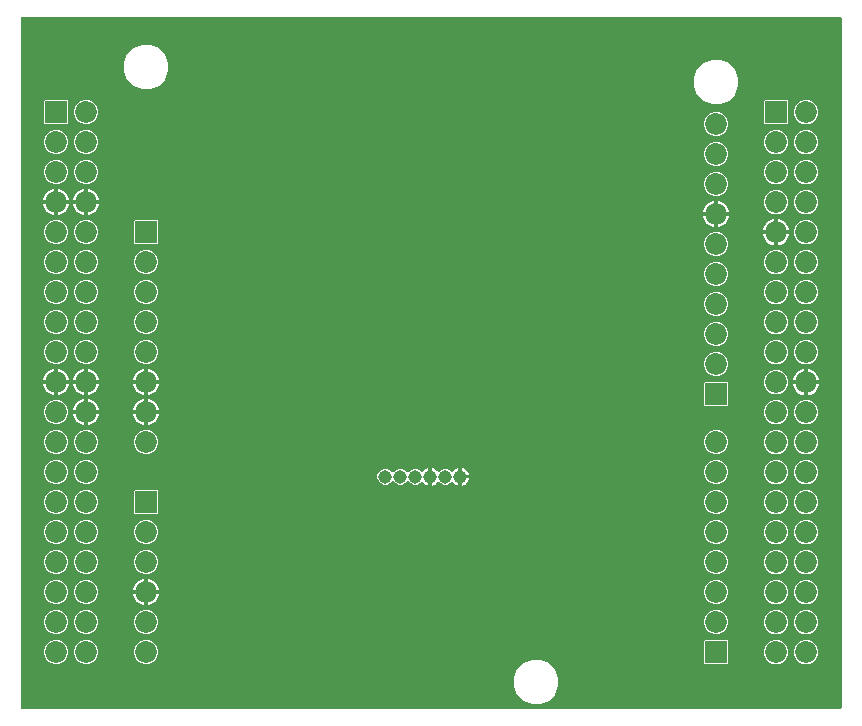
<source format=gbr>
G04 EAGLE Gerber RS-274X export*
G75*
%MOMM*%
%FSLAX34Y34*%
%LPD*%
%INBottom Copper*%
%IPPOS*%
%AMOC8*
5,1,8,0,0,1.08239X$1,22.5*%
G01*
%ADD10C,1.140000*%
%ADD11R,1.850000X1.850000*%
%ADD12C,1.850000*%
%ADD13C,0.500000*%

G36*
X696875Y-17624D02*
X696875Y-17624D01*
X696895Y-17621D01*
X696914Y-17623D01*
X697016Y-17601D01*
X697118Y-17584D01*
X697135Y-17575D01*
X697155Y-17571D01*
X697244Y-17518D01*
X697335Y-17469D01*
X697349Y-17455D01*
X697366Y-17445D01*
X697433Y-17366D01*
X697504Y-17291D01*
X697513Y-17273D01*
X697526Y-17258D01*
X697564Y-17161D01*
X697608Y-17068D01*
X697610Y-17048D01*
X697618Y-17030D01*
X697636Y-16863D01*
X697636Y566876D01*
X697633Y566896D01*
X697635Y566916D01*
X697613Y567017D01*
X697596Y567119D01*
X697587Y567137D01*
X697583Y567156D01*
X697530Y567245D01*
X697481Y567337D01*
X697467Y567350D01*
X697457Y567367D01*
X697378Y567435D01*
X697303Y567506D01*
X697285Y567514D01*
X697270Y567527D01*
X697173Y567566D01*
X697080Y567610D01*
X697060Y567612D01*
X697042Y567619D01*
X696875Y567638D01*
X3127Y567638D01*
X3107Y567634D01*
X3088Y567637D01*
X2986Y567615D01*
X2884Y567598D01*
X2867Y567589D01*
X2847Y567584D01*
X2758Y567531D01*
X2667Y567483D01*
X2653Y567468D01*
X2636Y567458D01*
X2569Y567379D01*
X2497Y567304D01*
X2489Y567286D01*
X2476Y567271D01*
X2437Y567175D01*
X2394Y567081D01*
X2392Y567062D01*
X2384Y567043D01*
X2366Y566876D01*
X2366Y-16888D01*
X2369Y-16908D01*
X2367Y-16928D01*
X2389Y-17029D01*
X2405Y-17131D01*
X2415Y-17148D01*
X2419Y-17168D01*
X2472Y-17257D01*
X2521Y-17348D01*
X2535Y-17362D01*
X2545Y-17379D01*
X2624Y-17446D01*
X2699Y-17518D01*
X2717Y-17526D01*
X2732Y-17539D01*
X2828Y-17578D01*
X2922Y-17621D01*
X2942Y-17623D01*
X2960Y-17631D01*
X3127Y-17649D01*
X696875Y-17624D01*
G37*
%LPC*%
G36*
X104945Y506824D02*
X104945Y506824D01*
X98008Y509698D01*
X92698Y515008D01*
X89824Y521945D01*
X89824Y529455D01*
X92698Y536392D01*
X98008Y541702D01*
X104945Y544576D01*
X112455Y544576D01*
X119392Y541702D01*
X124702Y536392D01*
X127576Y529455D01*
X127576Y521945D01*
X124702Y515008D01*
X119392Y509698D01*
X112455Y506824D01*
X104945Y506824D01*
G37*
%LPD*%
%LPC*%
G36*
X587545Y494124D02*
X587545Y494124D01*
X580608Y496998D01*
X575298Y502308D01*
X572424Y509245D01*
X572424Y516755D01*
X575298Y523692D01*
X580608Y529002D01*
X587545Y531876D01*
X595055Y531876D01*
X601992Y529002D01*
X607302Y523692D01*
X610176Y516755D01*
X610176Y509245D01*
X607302Y502308D01*
X601992Y496998D01*
X595055Y494124D01*
X587545Y494124D01*
G37*
%LPD*%
%LPC*%
G36*
X435145Y-13876D02*
X435145Y-13876D01*
X428208Y-11002D01*
X422898Y-5692D01*
X420024Y1245D01*
X420024Y8755D01*
X422898Y15692D01*
X428208Y21002D01*
X435145Y23876D01*
X442655Y23876D01*
X449592Y21002D01*
X454902Y15692D01*
X457776Y8755D01*
X457776Y1245D01*
X454902Y-5692D01*
X449592Y-11002D01*
X442655Y-13876D01*
X435145Y-13876D01*
G37*
%LPD*%
%LPC*%
G36*
X372404Y171395D02*
X372404Y171395D01*
X371002Y171976D01*
X369741Y172819D01*
X368669Y173891D01*
X368322Y174409D01*
X368258Y174478D01*
X368199Y174552D01*
X368174Y174568D01*
X368154Y174589D01*
X368071Y174634D01*
X367992Y174685D01*
X367964Y174692D01*
X367938Y174706D01*
X367845Y174722D01*
X367753Y174745D01*
X367724Y174743D01*
X367695Y174748D01*
X367602Y174733D01*
X367508Y174726D01*
X367481Y174714D01*
X367452Y174710D01*
X367369Y174666D01*
X367282Y174629D01*
X367253Y174606D01*
X367234Y174597D01*
X367211Y174573D01*
X367151Y174525D01*
X365746Y173119D01*
X363283Y172099D01*
X360617Y172099D01*
X358154Y173119D01*
X356749Y174525D01*
X356672Y174580D01*
X356600Y174640D01*
X356573Y174651D01*
X356549Y174668D01*
X356459Y174696D01*
X356371Y174730D01*
X356342Y174732D01*
X356314Y174741D01*
X356220Y174738D01*
X356126Y174743D01*
X356098Y174735D01*
X356068Y174734D01*
X355980Y174702D01*
X355889Y174676D01*
X355865Y174660D01*
X355837Y174650D01*
X355764Y174591D01*
X355686Y174538D01*
X355662Y174509D01*
X355645Y174496D01*
X355628Y174469D01*
X355578Y174409D01*
X355231Y173891D01*
X354159Y172819D01*
X352898Y171976D01*
X351496Y171395D01*
X350773Y171251D01*
X350773Y178038D01*
X350770Y178058D01*
X350772Y178077D01*
X350750Y178179D01*
X350733Y178281D01*
X350724Y178298D01*
X350720Y178318D01*
X350667Y178407D01*
X350618Y178498D01*
X350604Y178512D01*
X350594Y178529D01*
X350515Y178596D01*
X350440Y178667D01*
X350422Y178676D01*
X350407Y178689D01*
X350311Y178727D01*
X350217Y178771D01*
X350197Y178773D01*
X350179Y178781D01*
X350012Y178799D01*
X348488Y178799D01*
X348468Y178796D01*
X348449Y178798D01*
X348347Y178776D01*
X348245Y178759D01*
X348228Y178750D01*
X348208Y178746D01*
X348119Y178693D01*
X348028Y178644D01*
X348014Y178630D01*
X347997Y178620D01*
X347930Y178541D01*
X347859Y178466D01*
X347850Y178448D01*
X347837Y178433D01*
X347798Y178337D01*
X347755Y178243D01*
X347753Y178223D01*
X347745Y178205D01*
X347727Y178038D01*
X347727Y171251D01*
X347004Y171395D01*
X345602Y171976D01*
X344341Y172819D01*
X343269Y173891D01*
X342922Y174409D01*
X342858Y174478D01*
X342799Y174552D01*
X342774Y174568D01*
X342754Y174589D01*
X342671Y174634D01*
X342592Y174685D01*
X342564Y174692D01*
X342538Y174706D01*
X342445Y174722D01*
X342353Y174745D01*
X342324Y174743D01*
X342295Y174748D01*
X342202Y174733D01*
X342108Y174726D01*
X342081Y174714D01*
X342052Y174710D01*
X341969Y174666D01*
X341882Y174629D01*
X341853Y174606D01*
X341834Y174597D01*
X341811Y174573D01*
X341751Y174525D01*
X340346Y173119D01*
X337883Y172099D01*
X335217Y172099D01*
X332754Y173119D01*
X330846Y175028D01*
X330836Y175049D01*
X330801Y175087D01*
X330774Y175131D01*
X330719Y175177D01*
X330670Y175230D01*
X330624Y175255D01*
X330585Y175288D01*
X330518Y175314D01*
X330454Y175349D01*
X330403Y175358D01*
X330355Y175377D01*
X330283Y175380D01*
X330212Y175392D01*
X330161Y175385D01*
X330109Y175387D01*
X330040Y175367D01*
X329969Y175357D01*
X329923Y175333D01*
X329873Y175319D01*
X329814Y175278D01*
X329750Y175245D01*
X329713Y175208D01*
X329671Y175178D01*
X329628Y175121D01*
X329578Y175069D01*
X329555Y175029D01*
X327646Y173119D01*
X325183Y172099D01*
X322517Y172099D01*
X320054Y173119D01*
X318146Y175028D01*
X318136Y175049D01*
X318101Y175087D01*
X318074Y175131D01*
X318019Y175177D01*
X317970Y175230D01*
X317924Y175255D01*
X317885Y175288D01*
X317818Y175314D01*
X317754Y175349D01*
X317703Y175358D01*
X317655Y175377D01*
X317583Y175380D01*
X317512Y175392D01*
X317461Y175385D01*
X317409Y175387D01*
X317340Y175367D01*
X317269Y175357D01*
X317223Y175333D01*
X317173Y175319D01*
X317114Y175278D01*
X317050Y175245D01*
X317013Y175208D01*
X316971Y175178D01*
X316928Y175121D01*
X316878Y175069D01*
X316855Y175029D01*
X314946Y173119D01*
X312483Y172099D01*
X309817Y172099D01*
X307354Y173119D01*
X305469Y175004D01*
X304449Y177467D01*
X304449Y180133D01*
X305469Y182596D01*
X307354Y184481D01*
X309817Y185501D01*
X312483Y185501D01*
X314946Y184481D01*
X316854Y182572D01*
X316864Y182551D01*
X316899Y182513D01*
X316926Y182468D01*
X316982Y182423D01*
X317030Y182370D01*
X317076Y182345D01*
X317116Y182312D01*
X317183Y182286D01*
X317246Y182251D01*
X317297Y182242D01*
X317345Y182223D01*
X317417Y182220D01*
X317488Y182208D01*
X317539Y182215D01*
X317591Y182213D01*
X317660Y182233D01*
X317731Y182244D01*
X317778Y182267D01*
X317827Y182282D01*
X317886Y182323D01*
X317950Y182355D01*
X317987Y182392D01*
X318029Y182422D01*
X318072Y182479D01*
X318123Y182531D01*
X318145Y182571D01*
X320054Y184481D01*
X322517Y185501D01*
X325183Y185501D01*
X327646Y184481D01*
X329554Y182572D01*
X329564Y182551D01*
X329599Y182513D01*
X329626Y182468D01*
X329682Y182423D01*
X329730Y182370D01*
X329776Y182345D01*
X329816Y182312D01*
X329883Y182286D01*
X329946Y182251D01*
X329997Y182242D01*
X330045Y182223D01*
X330117Y182220D01*
X330188Y182208D01*
X330239Y182215D01*
X330291Y182213D01*
X330360Y182233D01*
X330431Y182244D01*
X330478Y182267D01*
X330527Y182282D01*
X330586Y182323D01*
X330650Y182355D01*
X330687Y182392D01*
X330729Y182422D01*
X330772Y182479D01*
X330823Y182531D01*
X330845Y182571D01*
X332754Y184481D01*
X335217Y185501D01*
X337883Y185501D01*
X340346Y184481D01*
X341751Y183075D01*
X341828Y183020D01*
X341900Y182960D01*
X341927Y182949D01*
X341951Y182932D01*
X342041Y182904D01*
X342129Y182870D01*
X342158Y182868D01*
X342186Y182859D01*
X342280Y182862D01*
X342374Y182857D01*
X342402Y182865D01*
X342432Y182866D01*
X342520Y182898D01*
X342611Y182924D01*
X342635Y182940D01*
X342663Y182950D01*
X342736Y183009D01*
X342814Y183062D01*
X342838Y183091D01*
X342855Y183104D01*
X342872Y183131D01*
X342922Y183191D01*
X343269Y183709D01*
X344341Y184781D01*
X345602Y185624D01*
X347004Y186205D01*
X347727Y186349D01*
X347727Y179562D01*
X347730Y179542D01*
X347728Y179523D01*
X347750Y179421D01*
X347767Y179319D01*
X347776Y179302D01*
X347780Y179282D01*
X347833Y179193D01*
X347882Y179102D01*
X347896Y179088D01*
X347906Y179071D01*
X347985Y179004D01*
X348060Y178933D01*
X348078Y178924D01*
X348093Y178911D01*
X348189Y178873D01*
X348283Y178829D01*
X348303Y178827D01*
X348321Y178819D01*
X348488Y178801D01*
X350012Y178801D01*
X350032Y178804D01*
X350051Y178802D01*
X350153Y178824D01*
X350255Y178841D01*
X350272Y178850D01*
X350292Y178854D01*
X350381Y178907D01*
X350472Y178956D01*
X350486Y178970D01*
X350503Y178980D01*
X350570Y179059D01*
X350641Y179134D01*
X350650Y179152D01*
X350663Y179167D01*
X350702Y179263D01*
X350745Y179357D01*
X350747Y179377D01*
X350755Y179395D01*
X350773Y179562D01*
X350773Y186349D01*
X351496Y186205D01*
X352898Y185624D01*
X354159Y184781D01*
X355231Y183709D01*
X355578Y183191D01*
X355642Y183122D01*
X355701Y183048D01*
X355726Y183032D01*
X355746Y183011D01*
X355829Y182966D01*
X355908Y182915D01*
X355936Y182908D01*
X355962Y182894D01*
X356055Y182878D01*
X356147Y182855D01*
X356176Y182857D01*
X356205Y182852D01*
X356298Y182867D01*
X356392Y182874D01*
X356419Y182886D01*
X356448Y182890D01*
X356531Y182934D01*
X356618Y182971D01*
X356647Y182994D01*
X356666Y183003D01*
X356689Y183027D01*
X356749Y183075D01*
X358154Y184481D01*
X360617Y185501D01*
X363283Y185501D01*
X365746Y184481D01*
X367151Y183075D01*
X367228Y183020D01*
X367300Y182960D01*
X367327Y182949D01*
X367351Y182932D01*
X367441Y182904D01*
X367529Y182870D01*
X367558Y182868D01*
X367586Y182859D01*
X367680Y182862D01*
X367774Y182857D01*
X367802Y182865D01*
X367832Y182866D01*
X367920Y182898D01*
X368011Y182924D01*
X368035Y182940D01*
X368063Y182950D01*
X368136Y183009D01*
X368214Y183062D01*
X368238Y183091D01*
X368255Y183104D01*
X368272Y183131D01*
X368322Y183191D01*
X368669Y183709D01*
X369741Y184781D01*
X371002Y185624D01*
X372404Y186205D01*
X373127Y186349D01*
X373127Y179562D01*
X373130Y179542D01*
X373128Y179523D01*
X373150Y179421D01*
X373167Y179319D01*
X373176Y179302D01*
X373180Y179282D01*
X373233Y179193D01*
X373282Y179102D01*
X373296Y179088D01*
X373306Y179071D01*
X373385Y179004D01*
X373460Y178933D01*
X373478Y178924D01*
X373493Y178911D01*
X373589Y178873D01*
X373683Y178829D01*
X373703Y178827D01*
X373721Y178819D01*
X373888Y178801D01*
X374651Y178801D01*
X374651Y178799D01*
X373888Y178799D01*
X373868Y178796D01*
X373849Y178798D01*
X373747Y178776D01*
X373645Y178759D01*
X373628Y178750D01*
X373608Y178746D01*
X373519Y178693D01*
X373428Y178644D01*
X373414Y178630D01*
X373397Y178620D01*
X373330Y178541D01*
X373259Y178466D01*
X373250Y178448D01*
X373237Y178433D01*
X373198Y178337D01*
X373155Y178243D01*
X373153Y178223D01*
X373145Y178205D01*
X373127Y178038D01*
X373127Y171251D01*
X372404Y171395D01*
G37*
%LPD*%
%LPC*%
G36*
X22835Y477349D02*
X22835Y477349D01*
X22249Y477935D01*
X22249Y497265D01*
X22835Y497851D01*
X42165Y497851D01*
X42751Y497265D01*
X42751Y477935D01*
X42165Y477349D01*
X22835Y477349D01*
G37*
%LPD*%
%LPC*%
G36*
X581635Y238589D02*
X581635Y238589D01*
X581049Y239175D01*
X581049Y258505D01*
X581635Y259091D01*
X600965Y259091D01*
X601551Y258505D01*
X601551Y239175D01*
X600965Y238589D01*
X581635Y238589D01*
G37*
%LPD*%
%LPC*%
G36*
X632435Y477099D02*
X632435Y477099D01*
X631849Y477686D01*
X631849Y497015D01*
X632435Y497601D01*
X651765Y497601D01*
X652351Y497015D01*
X652351Y477686D01*
X651765Y477099D01*
X632435Y477099D01*
G37*
%LPD*%
%LPC*%
G36*
X99035Y375749D02*
X99035Y375749D01*
X98449Y376335D01*
X98449Y395665D01*
X99035Y396251D01*
X118365Y396251D01*
X118951Y395665D01*
X118951Y376335D01*
X118365Y375749D01*
X99035Y375749D01*
G37*
%LPD*%
%LPC*%
G36*
X581635Y20149D02*
X581635Y20149D01*
X581049Y20735D01*
X581049Y40065D01*
X581635Y40651D01*
X600965Y40651D01*
X601551Y40065D01*
X601551Y20735D01*
X600965Y20149D01*
X581635Y20149D01*
G37*
%LPD*%
%LPC*%
G36*
X99035Y147149D02*
X99035Y147149D01*
X98449Y147735D01*
X98449Y167065D01*
X99035Y167651D01*
X118365Y167651D01*
X118951Y167065D01*
X118951Y147735D01*
X118365Y147149D01*
X99035Y147149D01*
G37*
%LPD*%
%LPC*%
G36*
X55861Y477349D02*
X55861Y477349D01*
X52093Y478910D01*
X49210Y481793D01*
X47649Y485561D01*
X47649Y489639D01*
X49210Y493407D01*
X52093Y496290D01*
X55861Y497851D01*
X59939Y497851D01*
X63707Y496290D01*
X66590Y493407D01*
X68151Y489639D01*
X68151Y485561D01*
X66590Y481793D01*
X63707Y478910D01*
X59939Y477349D01*
X55861Y477349D01*
G37*
%LPD*%
%LPC*%
G36*
X665461Y477099D02*
X665461Y477099D01*
X661693Y478660D01*
X658810Y481543D01*
X657249Y485311D01*
X657249Y489389D01*
X658810Y493157D01*
X661693Y496040D01*
X665461Y497601D01*
X669539Y497601D01*
X673307Y496040D01*
X676190Y493157D01*
X677751Y489389D01*
X677751Y485311D01*
X676190Y481543D01*
X673307Y478660D01*
X669539Y477099D01*
X665461Y477099D01*
G37*
%LPD*%
%LPC*%
G36*
X589261Y467189D02*
X589261Y467189D01*
X585493Y468750D01*
X582610Y471633D01*
X581049Y475401D01*
X581049Y479479D01*
X582610Y483247D01*
X585493Y486130D01*
X589261Y487691D01*
X593339Y487691D01*
X597107Y486130D01*
X599990Y483247D01*
X601551Y479479D01*
X601551Y475401D01*
X599990Y471633D01*
X597107Y468750D01*
X593339Y467189D01*
X589261Y467189D01*
G37*
%LPD*%
%LPC*%
G36*
X55861Y451949D02*
X55861Y451949D01*
X52093Y453510D01*
X49210Y456393D01*
X47649Y460161D01*
X47649Y464239D01*
X49210Y468007D01*
X52093Y470890D01*
X55861Y472451D01*
X59939Y472451D01*
X63707Y470890D01*
X66590Y468007D01*
X68151Y464239D01*
X68151Y460161D01*
X66590Y456393D01*
X63707Y453510D01*
X59939Y451949D01*
X55861Y451949D01*
G37*
%LPD*%
%LPC*%
G36*
X30461Y451949D02*
X30461Y451949D01*
X26693Y453510D01*
X23810Y456393D01*
X22249Y460161D01*
X22249Y464239D01*
X23810Y468007D01*
X26693Y470890D01*
X30461Y472451D01*
X34539Y472451D01*
X38307Y470890D01*
X41190Y468007D01*
X42751Y464239D01*
X42751Y460161D01*
X41190Y456393D01*
X38307Y453510D01*
X34539Y451949D01*
X30461Y451949D01*
G37*
%LPD*%
%LPC*%
G36*
X665461Y451699D02*
X665461Y451699D01*
X661693Y453260D01*
X658810Y456143D01*
X657249Y459911D01*
X657249Y463989D01*
X658810Y467757D01*
X661693Y470640D01*
X665461Y472201D01*
X669539Y472201D01*
X673307Y470640D01*
X676190Y467757D01*
X677751Y463989D01*
X677751Y459911D01*
X676190Y456143D01*
X673307Y453260D01*
X669539Y451699D01*
X665461Y451699D01*
G37*
%LPD*%
%LPC*%
G36*
X640061Y451699D02*
X640061Y451699D01*
X636293Y453260D01*
X633410Y456143D01*
X631849Y459911D01*
X631849Y463989D01*
X633410Y467757D01*
X636293Y470640D01*
X640061Y472201D01*
X644139Y472201D01*
X647907Y470640D01*
X650790Y467757D01*
X652351Y463989D01*
X652351Y459911D01*
X650790Y456143D01*
X647907Y453260D01*
X644139Y451699D01*
X640061Y451699D01*
G37*
%LPD*%
%LPC*%
G36*
X589261Y441789D02*
X589261Y441789D01*
X585493Y443350D01*
X582610Y446233D01*
X581049Y450001D01*
X581049Y454079D01*
X582610Y457847D01*
X585493Y460730D01*
X589261Y462291D01*
X593339Y462291D01*
X597107Y460730D01*
X599990Y457847D01*
X601551Y454079D01*
X601551Y450001D01*
X599990Y446233D01*
X597107Y443350D01*
X593339Y441789D01*
X589261Y441789D01*
G37*
%LPD*%
%LPC*%
G36*
X55861Y426549D02*
X55861Y426549D01*
X52093Y428110D01*
X49210Y430993D01*
X47649Y434761D01*
X47649Y438839D01*
X49210Y442607D01*
X52093Y445490D01*
X55861Y447051D01*
X59939Y447051D01*
X63707Y445490D01*
X66590Y442607D01*
X68151Y438839D01*
X68151Y434761D01*
X66590Y430993D01*
X63707Y428110D01*
X59939Y426549D01*
X55861Y426549D01*
G37*
%LPD*%
%LPC*%
G36*
X30461Y426549D02*
X30461Y426549D01*
X26693Y428110D01*
X23810Y430993D01*
X22249Y434761D01*
X22249Y438839D01*
X23810Y442607D01*
X26693Y445490D01*
X30461Y447051D01*
X34539Y447051D01*
X38307Y445490D01*
X41190Y442607D01*
X42751Y438839D01*
X42751Y434761D01*
X41190Y430993D01*
X38307Y428110D01*
X34539Y426549D01*
X30461Y426549D01*
G37*
%LPD*%
%LPC*%
G36*
X665461Y426299D02*
X665461Y426299D01*
X661693Y427860D01*
X658810Y430743D01*
X657249Y434511D01*
X657249Y438589D01*
X658810Y442357D01*
X661693Y445240D01*
X665461Y446801D01*
X669539Y446801D01*
X673307Y445240D01*
X676190Y442357D01*
X677751Y438589D01*
X677751Y434511D01*
X676190Y430743D01*
X673307Y427860D01*
X669539Y426299D01*
X665461Y426299D01*
G37*
%LPD*%
%LPC*%
G36*
X640061Y426299D02*
X640061Y426299D01*
X636293Y427860D01*
X633410Y430743D01*
X631849Y434511D01*
X631849Y438589D01*
X633410Y442357D01*
X636293Y445240D01*
X640061Y446801D01*
X644139Y446801D01*
X647907Y445240D01*
X650790Y442357D01*
X652351Y438589D01*
X652351Y434511D01*
X650790Y430743D01*
X647907Y427860D01*
X644139Y426299D01*
X640061Y426299D01*
G37*
%LPD*%
%LPC*%
G36*
X589261Y416389D02*
X589261Y416389D01*
X585493Y417950D01*
X582610Y420833D01*
X581049Y424601D01*
X581049Y428679D01*
X582610Y432447D01*
X585493Y435330D01*
X589261Y436891D01*
X593339Y436891D01*
X597107Y435330D01*
X599990Y432447D01*
X601551Y428679D01*
X601551Y424601D01*
X599990Y420833D01*
X597107Y417950D01*
X593339Y416389D01*
X589261Y416389D01*
G37*
%LPD*%
%LPC*%
G36*
X665461Y121499D02*
X665461Y121499D01*
X661693Y123060D01*
X658810Y125943D01*
X657249Y129711D01*
X657249Y133789D01*
X658810Y137557D01*
X661693Y140440D01*
X665461Y142001D01*
X669539Y142001D01*
X673307Y140440D01*
X676190Y137557D01*
X677751Y133789D01*
X677751Y129711D01*
X676190Y125943D01*
X673307Y123060D01*
X669539Y121499D01*
X665461Y121499D01*
G37*
%LPD*%
%LPC*%
G36*
X55861Y375749D02*
X55861Y375749D01*
X52093Y377310D01*
X49210Y380193D01*
X47649Y383961D01*
X47649Y388039D01*
X49210Y391807D01*
X52093Y394690D01*
X55861Y396251D01*
X59939Y396251D01*
X63707Y394690D01*
X66590Y391807D01*
X68151Y388039D01*
X68151Y383961D01*
X66590Y380193D01*
X63707Y377310D01*
X59939Y375749D01*
X55861Y375749D01*
G37*
%LPD*%
%LPC*%
G36*
X640061Y121499D02*
X640061Y121499D01*
X636293Y123060D01*
X633410Y125943D01*
X631849Y129711D01*
X631849Y133789D01*
X633410Y137557D01*
X636293Y140440D01*
X640061Y142001D01*
X644139Y142001D01*
X647907Y140440D01*
X650790Y137557D01*
X652351Y133789D01*
X652351Y129711D01*
X650790Y125943D01*
X647907Y123060D01*
X644139Y121499D01*
X640061Y121499D01*
G37*
%LPD*%
%LPC*%
G36*
X589261Y96349D02*
X589261Y96349D01*
X585493Y97910D01*
X582610Y100793D01*
X581049Y104561D01*
X581049Y108639D01*
X582610Y112407D01*
X585493Y115290D01*
X589261Y116851D01*
X593339Y116851D01*
X597107Y115290D01*
X599990Y112407D01*
X601551Y108639D01*
X601551Y104561D01*
X599990Y100793D01*
X597107Y97910D01*
X593339Y96349D01*
X589261Y96349D01*
G37*
%LPD*%
%LPC*%
G36*
X665461Y400899D02*
X665461Y400899D01*
X661693Y402460D01*
X658810Y405343D01*
X657249Y409111D01*
X657249Y413189D01*
X658810Y416957D01*
X661693Y419840D01*
X665461Y421401D01*
X669539Y421401D01*
X673307Y419840D01*
X676190Y416957D01*
X677751Y413189D01*
X677751Y409111D01*
X676190Y405343D01*
X673307Y402460D01*
X669539Y400899D01*
X665461Y400899D01*
G37*
%LPD*%
%LPC*%
G36*
X640061Y400899D02*
X640061Y400899D01*
X636293Y402460D01*
X633410Y405343D01*
X631849Y409111D01*
X631849Y413189D01*
X633410Y416957D01*
X636293Y419840D01*
X640061Y421401D01*
X644139Y421401D01*
X647907Y419840D01*
X650790Y416957D01*
X652351Y413189D01*
X652351Y409111D01*
X650790Y405343D01*
X647907Y402460D01*
X644139Y400899D01*
X640061Y400899D01*
G37*
%LPD*%
%LPC*%
G36*
X106661Y96349D02*
X106661Y96349D01*
X102893Y97910D01*
X100010Y100793D01*
X98449Y104561D01*
X98449Y108639D01*
X100010Y112407D01*
X102893Y115290D01*
X106661Y116851D01*
X110739Y116851D01*
X114507Y115290D01*
X117390Y112407D01*
X118951Y108639D01*
X118951Y104561D01*
X117390Y100793D01*
X114507Y97910D01*
X110739Y96349D01*
X106661Y96349D01*
G37*
%LPD*%
%LPC*%
G36*
X55861Y96349D02*
X55861Y96349D01*
X52093Y97910D01*
X49210Y100793D01*
X47649Y104561D01*
X47649Y108639D01*
X49210Y112407D01*
X52093Y115290D01*
X55861Y116851D01*
X59939Y116851D01*
X63707Y115290D01*
X66590Y112407D01*
X68151Y108639D01*
X68151Y104561D01*
X66590Y100793D01*
X63707Y97910D01*
X59939Y96349D01*
X55861Y96349D01*
G37*
%LPD*%
%LPC*%
G36*
X30461Y96349D02*
X30461Y96349D01*
X26693Y97910D01*
X23810Y100793D01*
X22249Y104561D01*
X22249Y108639D01*
X23810Y112407D01*
X26693Y115290D01*
X30461Y116851D01*
X34539Y116851D01*
X38307Y115290D01*
X41190Y112407D01*
X42751Y108639D01*
X42751Y104561D01*
X41190Y100793D01*
X38307Y97910D01*
X34539Y96349D01*
X30461Y96349D01*
G37*
%LPD*%
%LPC*%
G36*
X665461Y96099D02*
X665461Y96099D01*
X661693Y97660D01*
X658810Y100543D01*
X657249Y104311D01*
X657249Y108389D01*
X658810Y112157D01*
X661693Y115040D01*
X665461Y116601D01*
X669539Y116601D01*
X673307Y115040D01*
X676190Y112157D01*
X677751Y108389D01*
X677751Y104311D01*
X676190Y100543D01*
X673307Y97660D01*
X669539Y96099D01*
X665461Y96099D01*
G37*
%LPD*%
%LPC*%
G36*
X640061Y96099D02*
X640061Y96099D01*
X636293Y97660D01*
X633410Y100543D01*
X631849Y104311D01*
X631849Y108389D01*
X633410Y112157D01*
X636293Y115040D01*
X640061Y116601D01*
X644139Y116601D01*
X647907Y115040D01*
X650790Y112157D01*
X652351Y108389D01*
X652351Y104311D01*
X650790Y100543D01*
X647907Y97660D01*
X644139Y96099D01*
X640061Y96099D01*
G37*
%LPD*%
%LPC*%
G36*
X589261Y70949D02*
X589261Y70949D01*
X585493Y72510D01*
X582610Y75393D01*
X581049Y79161D01*
X581049Y83239D01*
X582610Y87007D01*
X585493Y89890D01*
X589261Y91451D01*
X593339Y91451D01*
X597107Y89890D01*
X599990Y87007D01*
X601551Y83239D01*
X601551Y79161D01*
X599990Y75393D01*
X597107Y72510D01*
X593339Y70949D01*
X589261Y70949D01*
G37*
%LPD*%
%LPC*%
G36*
X30461Y70949D02*
X30461Y70949D01*
X26693Y72510D01*
X23810Y75393D01*
X22249Y79161D01*
X22249Y83239D01*
X23810Y87007D01*
X26693Y89890D01*
X30461Y91451D01*
X34539Y91451D01*
X38307Y89890D01*
X41190Y87007D01*
X42751Y83239D01*
X42751Y79161D01*
X41190Y75393D01*
X38307Y72510D01*
X34539Y70949D01*
X30461Y70949D01*
G37*
%LPD*%
%LPC*%
G36*
X665461Y70699D02*
X665461Y70699D01*
X661693Y72260D01*
X658810Y75143D01*
X657249Y78911D01*
X657249Y82989D01*
X658810Y86757D01*
X661693Y89640D01*
X665461Y91201D01*
X669539Y91201D01*
X673307Y89640D01*
X676190Y86757D01*
X677751Y82989D01*
X677751Y78911D01*
X676190Y75143D01*
X673307Y72260D01*
X669539Y70699D01*
X665461Y70699D01*
G37*
%LPD*%
%LPC*%
G36*
X640061Y70699D02*
X640061Y70699D01*
X636293Y72260D01*
X633410Y75143D01*
X631849Y78911D01*
X631849Y82989D01*
X633410Y86757D01*
X636293Y89640D01*
X640061Y91201D01*
X644139Y91201D01*
X647907Y89640D01*
X650790Y86757D01*
X652351Y82989D01*
X652351Y78911D01*
X650790Y75143D01*
X647907Y72260D01*
X644139Y70699D01*
X640061Y70699D01*
G37*
%LPD*%
%LPC*%
G36*
X589261Y45549D02*
X589261Y45549D01*
X585493Y47110D01*
X582610Y49993D01*
X581049Y53761D01*
X581049Y57839D01*
X582610Y61607D01*
X585493Y64490D01*
X589261Y66051D01*
X593339Y66051D01*
X597107Y64490D01*
X599990Y61607D01*
X601551Y57839D01*
X601551Y53761D01*
X599990Y49993D01*
X597107Y47110D01*
X593339Y45549D01*
X589261Y45549D01*
G37*
%LPD*%
%LPC*%
G36*
X106661Y45549D02*
X106661Y45549D01*
X102893Y47110D01*
X100010Y49993D01*
X98449Y53761D01*
X98449Y57839D01*
X100010Y61607D01*
X102893Y64490D01*
X106661Y66051D01*
X110739Y66051D01*
X114507Y64490D01*
X117390Y61607D01*
X118951Y57839D01*
X118951Y53761D01*
X117390Y49993D01*
X114507Y47110D01*
X110739Y45549D01*
X106661Y45549D01*
G37*
%LPD*%
%LPC*%
G36*
X55861Y45549D02*
X55861Y45549D01*
X52093Y47110D01*
X49210Y49993D01*
X47649Y53761D01*
X47649Y57839D01*
X49210Y61607D01*
X52093Y64490D01*
X55861Y66051D01*
X59939Y66051D01*
X63707Y64490D01*
X66590Y61607D01*
X68151Y57839D01*
X68151Y53761D01*
X66590Y49993D01*
X63707Y47110D01*
X59939Y45549D01*
X55861Y45549D01*
G37*
%LPD*%
%LPC*%
G36*
X30461Y45549D02*
X30461Y45549D01*
X26693Y47110D01*
X23810Y49993D01*
X22249Y53761D01*
X22249Y57839D01*
X23810Y61607D01*
X26693Y64490D01*
X30461Y66051D01*
X34539Y66051D01*
X38307Y64490D01*
X41190Y61607D01*
X42751Y57839D01*
X42751Y53761D01*
X41190Y49993D01*
X38307Y47110D01*
X34539Y45549D01*
X30461Y45549D01*
G37*
%LPD*%
%LPC*%
G36*
X665461Y45299D02*
X665461Y45299D01*
X661693Y46860D01*
X658810Y49743D01*
X657249Y53511D01*
X657249Y57589D01*
X658810Y61357D01*
X661693Y64240D01*
X665461Y65801D01*
X669539Y65801D01*
X673307Y64240D01*
X676190Y61357D01*
X677751Y57589D01*
X677751Y53511D01*
X676190Y49743D01*
X673307Y46860D01*
X669539Y45299D01*
X665461Y45299D01*
G37*
%LPD*%
%LPC*%
G36*
X30461Y375749D02*
X30461Y375749D01*
X26693Y377310D01*
X23810Y380193D01*
X22249Y383961D01*
X22249Y388039D01*
X23810Y391807D01*
X26693Y394690D01*
X30461Y396251D01*
X34539Y396251D01*
X38307Y394690D01*
X41190Y391807D01*
X42751Y388039D01*
X42751Y383961D01*
X41190Y380193D01*
X38307Y377310D01*
X34539Y375749D01*
X30461Y375749D01*
G37*
%LPD*%
%LPC*%
G36*
X665461Y375499D02*
X665461Y375499D01*
X661693Y377060D01*
X658810Y379943D01*
X657249Y383711D01*
X657249Y387789D01*
X658810Y391557D01*
X661693Y394440D01*
X665461Y396001D01*
X669539Y396001D01*
X673307Y394440D01*
X676190Y391557D01*
X677751Y387789D01*
X677751Y383711D01*
X676190Y379943D01*
X673307Y377060D01*
X669539Y375499D01*
X665461Y375499D01*
G37*
%LPD*%
%LPC*%
G36*
X589261Y365589D02*
X589261Y365589D01*
X585493Y367150D01*
X582610Y370033D01*
X581049Y373801D01*
X581049Y377879D01*
X582610Y381647D01*
X585493Y384530D01*
X589261Y386091D01*
X593339Y386091D01*
X597107Y384530D01*
X599990Y381647D01*
X601551Y377879D01*
X601551Y373801D01*
X599990Y370033D01*
X597107Y367150D01*
X593339Y365589D01*
X589261Y365589D01*
G37*
%LPD*%
%LPC*%
G36*
X640061Y45299D02*
X640061Y45299D01*
X636293Y46860D01*
X633410Y49743D01*
X631849Y53511D01*
X631849Y57589D01*
X633410Y61357D01*
X636293Y64240D01*
X640061Y65801D01*
X644139Y65801D01*
X647907Y64240D01*
X650790Y61357D01*
X652351Y57589D01*
X652351Y53511D01*
X650790Y49743D01*
X647907Y46860D01*
X644139Y45299D01*
X640061Y45299D01*
G37*
%LPD*%
%LPC*%
G36*
X106661Y20149D02*
X106661Y20149D01*
X102893Y21710D01*
X100010Y24593D01*
X98449Y28361D01*
X98449Y32439D01*
X100010Y36207D01*
X102893Y39090D01*
X106661Y40651D01*
X110739Y40651D01*
X114507Y39090D01*
X117390Y36207D01*
X118951Y32439D01*
X118951Y28361D01*
X117390Y24593D01*
X114507Y21710D01*
X110739Y20149D01*
X106661Y20149D01*
G37*
%LPD*%
%LPC*%
G36*
X55861Y20149D02*
X55861Y20149D01*
X52093Y21710D01*
X49210Y24593D01*
X47649Y28361D01*
X47649Y32439D01*
X49210Y36207D01*
X52093Y39090D01*
X55861Y40651D01*
X59939Y40651D01*
X63707Y39090D01*
X66590Y36207D01*
X68151Y32439D01*
X68151Y28361D01*
X66590Y24593D01*
X63707Y21710D01*
X59939Y20149D01*
X55861Y20149D01*
G37*
%LPD*%
%LPC*%
G36*
X106661Y350349D02*
X106661Y350349D01*
X102893Y351910D01*
X100010Y354793D01*
X98449Y358561D01*
X98449Y362639D01*
X100010Y366407D01*
X102893Y369290D01*
X106661Y370851D01*
X110739Y370851D01*
X114507Y369290D01*
X117390Y366407D01*
X118951Y362639D01*
X118951Y358561D01*
X117390Y354793D01*
X114507Y351910D01*
X110739Y350349D01*
X106661Y350349D01*
G37*
%LPD*%
%LPC*%
G36*
X55861Y350349D02*
X55861Y350349D01*
X52093Y351910D01*
X49210Y354793D01*
X47649Y358561D01*
X47649Y362639D01*
X49210Y366407D01*
X52093Y369290D01*
X55861Y370851D01*
X59939Y370851D01*
X63707Y369290D01*
X66590Y366407D01*
X68151Y362639D01*
X68151Y358561D01*
X66590Y354793D01*
X63707Y351910D01*
X59939Y350349D01*
X55861Y350349D01*
G37*
%LPD*%
%LPC*%
G36*
X30461Y350349D02*
X30461Y350349D01*
X26693Y351910D01*
X23810Y354793D01*
X22249Y358561D01*
X22249Y362639D01*
X23810Y366407D01*
X26693Y369290D01*
X30461Y370851D01*
X34539Y370851D01*
X38307Y369290D01*
X41190Y366407D01*
X42751Y362639D01*
X42751Y358561D01*
X41190Y354793D01*
X38307Y351910D01*
X34539Y350349D01*
X30461Y350349D01*
G37*
%LPD*%
%LPC*%
G36*
X665461Y350099D02*
X665461Y350099D01*
X661693Y351660D01*
X658810Y354543D01*
X657249Y358311D01*
X657249Y362389D01*
X658810Y366157D01*
X661693Y369040D01*
X665461Y370601D01*
X669539Y370601D01*
X673307Y369040D01*
X676190Y366157D01*
X677751Y362389D01*
X677751Y358311D01*
X676190Y354543D01*
X673307Y351660D01*
X669539Y350099D01*
X665461Y350099D01*
G37*
%LPD*%
%LPC*%
G36*
X640061Y350099D02*
X640061Y350099D01*
X636293Y351660D01*
X633410Y354543D01*
X631849Y358311D01*
X631849Y362389D01*
X633410Y366157D01*
X636293Y369040D01*
X640061Y370601D01*
X644139Y370601D01*
X647907Y369040D01*
X650790Y366157D01*
X652351Y362389D01*
X652351Y358311D01*
X650790Y354543D01*
X647907Y351660D01*
X644139Y350099D01*
X640061Y350099D01*
G37*
%LPD*%
%LPC*%
G36*
X589261Y340189D02*
X589261Y340189D01*
X585493Y341750D01*
X582610Y344633D01*
X581049Y348401D01*
X581049Y352479D01*
X582610Y356247D01*
X585493Y359130D01*
X589261Y360691D01*
X593339Y360691D01*
X597107Y359130D01*
X599990Y356247D01*
X601551Y352479D01*
X601551Y348401D01*
X599990Y344633D01*
X597107Y341750D01*
X593339Y340189D01*
X589261Y340189D01*
G37*
%LPD*%
%LPC*%
G36*
X106661Y324949D02*
X106661Y324949D01*
X102893Y326510D01*
X100010Y329393D01*
X98449Y333161D01*
X98449Y337239D01*
X100010Y341007D01*
X102893Y343890D01*
X106661Y345451D01*
X110739Y345451D01*
X114507Y343890D01*
X117390Y341007D01*
X118951Y337239D01*
X118951Y333161D01*
X117390Y329393D01*
X114507Y326510D01*
X110739Y324949D01*
X106661Y324949D01*
G37*
%LPD*%
%LPC*%
G36*
X55861Y324949D02*
X55861Y324949D01*
X52093Y326510D01*
X49210Y329393D01*
X47649Y333161D01*
X47649Y337239D01*
X49210Y341007D01*
X52093Y343890D01*
X55861Y345451D01*
X59939Y345451D01*
X63707Y343890D01*
X66590Y341007D01*
X68151Y337239D01*
X68151Y333161D01*
X66590Y329393D01*
X63707Y326510D01*
X59939Y324949D01*
X55861Y324949D01*
G37*
%LPD*%
%LPC*%
G36*
X30461Y324949D02*
X30461Y324949D01*
X26693Y326510D01*
X23810Y329393D01*
X22249Y333161D01*
X22249Y337239D01*
X23810Y341007D01*
X26693Y343890D01*
X30461Y345451D01*
X34539Y345451D01*
X38307Y343890D01*
X41190Y341007D01*
X42751Y337239D01*
X42751Y333161D01*
X41190Y329393D01*
X38307Y326510D01*
X34539Y324949D01*
X30461Y324949D01*
G37*
%LPD*%
%LPC*%
G36*
X665461Y324699D02*
X665461Y324699D01*
X661693Y326260D01*
X658810Y329143D01*
X657249Y332911D01*
X657249Y336989D01*
X658810Y340757D01*
X661693Y343640D01*
X665461Y345201D01*
X669539Y345201D01*
X673307Y343640D01*
X676190Y340757D01*
X677751Y336989D01*
X677751Y332911D01*
X676190Y329143D01*
X673307Y326260D01*
X669539Y324699D01*
X665461Y324699D01*
G37*
%LPD*%
%LPC*%
G36*
X640061Y324699D02*
X640061Y324699D01*
X636293Y326260D01*
X633410Y329143D01*
X631849Y332911D01*
X631849Y336989D01*
X633410Y340757D01*
X636293Y343640D01*
X640061Y345201D01*
X644139Y345201D01*
X647907Y343640D01*
X650790Y340757D01*
X652351Y336989D01*
X652351Y332911D01*
X650790Y329143D01*
X647907Y326260D01*
X644139Y324699D01*
X640061Y324699D01*
G37*
%LPD*%
%LPC*%
G36*
X589261Y314789D02*
X589261Y314789D01*
X585493Y316350D01*
X582610Y319233D01*
X581049Y323001D01*
X581049Y327079D01*
X582610Y330847D01*
X585493Y333730D01*
X589261Y335291D01*
X593339Y335291D01*
X597107Y333730D01*
X599990Y330847D01*
X601551Y327079D01*
X601551Y323001D01*
X599990Y319233D01*
X597107Y316350D01*
X593339Y314789D01*
X589261Y314789D01*
G37*
%LPD*%
%LPC*%
G36*
X106661Y299549D02*
X106661Y299549D01*
X102893Y301110D01*
X100010Y303993D01*
X98449Y307761D01*
X98449Y311839D01*
X100010Y315607D01*
X102893Y318490D01*
X106661Y320051D01*
X110739Y320051D01*
X114507Y318490D01*
X117390Y315607D01*
X118951Y311839D01*
X118951Y307761D01*
X117390Y303993D01*
X114507Y301110D01*
X110739Y299549D01*
X106661Y299549D01*
G37*
%LPD*%
%LPC*%
G36*
X55861Y299549D02*
X55861Y299549D01*
X52093Y301110D01*
X49210Y303993D01*
X47649Y307761D01*
X47649Y311839D01*
X49210Y315607D01*
X52093Y318490D01*
X55861Y320051D01*
X59939Y320051D01*
X63707Y318490D01*
X66590Y315607D01*
X68151Y311839D01*
X68151Y307761D01*
X66590Y303993D01*
X63707Y301110D01*
X59939Y299549D01*
X55861Y299549D01*
G37*
%LPD*%
%LPC*%
G36*
X30461Y299549D02*
X30461Y299549D01*
X26693Y301110D01*
X23810Y303993D01*
X22249Y307761D01*
X22249Y311839D01*
X23810Y315607D01*
X26693Y318490D01*
X30461Y320051D01*
X34539Y320051D01*
X38307Y318490D01*
X41190Y315607D01*
X42751Y311839D01*
X42751Y307761D01*
X41190Y303993D01*
X38307Y301110D01*
X34539Y299549D01*
X30461Y299549D01*
G37*
%LPD*%
%LPC*%
G36*
X665461Y299299D02*
X665461Y299299D01*
X661693Y300860D01*
X658810Y303743D01*
X657249Y307511D01*
X657249Y311589D01*
X658810Y315357D01*
X661693Y318240D01*
X665461Y319801D01*
X669539Y319801D01*
X673307Y318240D01*
X676190Y315357D01*
X677751Y311589D01*
X677751Y307511D01*
X676190Y303743D01*
X673307Y300860D01*
X669539Y299299D01*
X665461Y299299D01*
G37*
%LPD*%
%LPC*%
G36*
X640061Y299299D02*
X640061Y299299D01*
X636293Y300860D01*
X633410Y303743D01*
X631849Y307511D01*
X631849Y311589D01*
X633410Y315357D01*
X636293Y318240D01*
X640061Y319801D01*
X644139Y319801D01*
X647907Y318240D01*
X650790Y315357D01*
X652351Y311589D01*
X652351Y307511D01*
X650790Y303743D01*
X647907Y300860D01*
X644139Y299299D01*
X640061Y299299D01*
G37*
%LPD*%
%LPC*%
G36*
X589261Y289389D02*
X589261Y289389D01*
X585493Y290950D01*
X582610Y293833D01*
X581049Y297601D01*
X581049Y301679D01*
X582610Y305447D01*
X585493Y308330D01*
X589261Y309891D01*
X593339Y309891D01*
X597107Y308330D01*
X599990Y305447D01*
X601551Y301679D01*
X601551Y297601D01*
X599990Y293833D01*
X597107Y290950D01*
X593339Y289389D01*
X589261Y289389D01*
G37*
%LPD*%
%LPC*%
G36*
X106661Y274149D02*
X106661Y274149D01*
X102893Y275710D01*
X100010Y278593D01*
X98449Y282361D01*
X98449Y286439D01*
X100010Y290207D01*
X102893Y293090D01*
X106661Y294651D01*
X110739Y294651D01*
X114507Y293090D01*
X117390Y290207D01*
X118951Y286439D01*
X118951Y282361D01*
X117390Y278593D01*
X114507Y275710D01*
X110739Y274149D01*
X106661Y274149D01*
G37*
%LPD*%
%LPC*%
G36*
X55861Y274149D02*
X55861Y274149D01*
X52093Y275710D01*
X49210Y278593D01*
X47649Y282361D01*
X47649Y286439D01*
X49210Y290207D01*
X52093Y293090D01*
X55861Y294651D01*
X59939Y294651D01*
X63707Y293090D01*
X66590Y290207D01*
X68151Y286439D01*
X68151Y282361D01*
X66590Y278593D01*
X63707Y275710D01*
X59939Y274149D01*
X55861Y274149D01*
G37*
%LPD*%
%LPC*%
G36*
X30461Y274149D02*
X30461Y274149D01*
X26693Y275710D01*
X23810Y278593D01*
X22249Y282361D01*
X22249Y286439D01*
X23810Y290207D01*
X26693Y293090D01*
X30461Y294651D01*
X34539Y294651D01*
X38307Y293090D01*
X41190Y290207D01*
X42751Y286439D01*
X42751Y282361D01*
X41190Y278593D01*
X38307Y275710D01*
X34539Y274149D01*
X30461Y274149D01*
G37*
%LPD*%
%LPC*%
G36*
X665461Y273899D02*
X665461Y273899D01*
X661693Y275460D01*
X658810Y278343D01*
X657249Y282111D01*
X657249Y286189D01*
X658810Y289957D01*
X661693Y292840D01*
X665461Y294401D01*
X669539Y294401D01*
X673307Y292840D01*
X676190Y289957D01*
X677751Y286189D01*
X677751Y282111D01*
X676190Y278343D01*
X673307Y275460D01*
X669539Y273899D01*
X665461Y273899D01*
G37*
%LPD*%
%LPC*%
G36*
X640061Y273899D02*
X640061Y273899D01*
X636293Y275460D01*
X633410Y278343D01*
X631849Y282111D01*
X631849Y286189D01*
X633410Y289957D01*
X636293Y292840D01*
X640061Y294401D01*
X644139Y294401D01*
X647907Y292840D01*
X650790Y289957D01*
X652351Y286189D01*
X652351Y282111D01*
X650790Y278343D01*
X647907Y275460D01*
X644139Y273899D01*
X640061Y273899D01*
G37*
%LPD*%
%LPC*%
G36*
X589261Y263989D02*
X589261Y263989D01*
X585493Y265550D01*
X582610Y268433D01*
X581049Y272201D01*
X581049Y276279D01*
X582610Y280047D01*
X585493Y282930D01*
X589261Y284491D01*
X593339Y284491D01*
X597107Y282930D01*
X599990Y280047D01*
X601551Y276279D01*
X601551Y272201D01*
X599990Y268433D01*
X597107Y265550D01*
X593339Y263989D01*
X589261Y263989D01*
G37*
%LPD*%
%LPC*%
G36*
X30461Y20149D02*
X30461Y20149D01*
X26693Y21710D01*
X23810Y24593D01*
X22249Y28361D01*
X22249Y32439D01*
X23810Y36207D01*
X26693Y39090D01*
X30461Y40651D01*
X34539Y40651D01*
X38307Y39090D01*
X41190Y36207D01*
X42751Y32439D01*
X42751Y28361D01*
X41190Y24593D01*
X38307Y21710D01*
X34539Y20149D01*
X30461Y20149D01*
G37*
%LPD*%
%LPC*%
G36*
X665461Y19899D02*
X665461Y19899D01*
X661693Y21460D01*
X658810Y24343D01*
X657249Y28111D01*
X657249Y32189D01*
X658810Y35957D01*
X661693Y38840D01*
X665461Y40401D01*
X669539Y40401D01*
X673307Y38840D01*
X676190Y35957D01*
X677751Y32189D01*
X677751Y28111D01*
X676190Y24343D01*
X673307Y21460D01*
X669539Y19899D01*
X665461Y19899D01*
G37*
%LPD*%
%LPC*%
G36*
X640061Y19899D02*
X640061Y19899D01*
X636293Y21460D01*
X633410Y24343D01*
X631849Y28111D01*
X631849Y32189D01*
X633410Y35957D01*
X636293Y38840D01*
X640061Y40401D01*
X644139Y40401D01*
X647907Y38840D01*
X650790Y35957D01*
X652351Y32189D01*
X652351Y28111D01*
X650790Y24343D01*
X647907Y21460D01*
X644139Y19899D01*
X640061Y19899D01*
G37*
%LPD*%
%LPC*%
G36*
X55861Y70949D02*
X55861Y70949D01*
X52093Y72510D01*
X49210Y75393D01*
X47649Y79161D01*
X47649Y83239D01*
X49210Y87007D01*
X52093Y89890D01*
X55861Y91451D01*
X59939Y91451D01*
X63707Y89890D01*
X66590Y87007D01*
X68151Y83239D01*
X68151Y79161D01*
X66590Y75393D01*
X63707Y72510D01*
X59939Y70949D01*
X55861Y70949D01*
G37*
%LPD*%
%LPC*%
G36*
X640061Y248499D02*
X640061Y248499D01*
X636293Y250060D01*
X633410Y252943D01*
X631849Y256711D01*
X631849Y260789D01*
X633410Y264557D01*
X636293Y267440D01*
X640061Y269001D01*
X644139Y269001D01*
X647907Y267440D01*
X650790Y264557D01*
X652351Y260789D01*
X652351Y256711D01*
X650790Y252943D01*
X647907Y250060D01*
X644139Y248499D01*
X640061Y248499D01*
G37*
%LPD*%
%LPC*%
G36*
X55861Y147149D02*
X55861Y147149D01*
X52093Y148710D01*
X49210Y151593D01*
X47649Y155361D01*
X47649Y159439D01*
X49210Y163207D01*
X52093Y166090D01*
X55861Y167651D01*
X59939Y167651D01*
X63707Y166090D01*
X66590Y163207D01*
X68151Y159439D01*
X68151Y155361D01*
X66590Y151593D01*
X63707Y148710D01*
X59939Y147149D01*
X55861Y147149D01*
G37*
%LPD*%
%LPC*%
G36*
X30461Y223349D02*
X30461Y223349D01*
X26693Y224910D01*
X23810Y227793D01*
X22249Y231561D01*
X22249Y235639D01*
X23810Y239407D01*
X26693Y242290D01*
X30461Y243851D01*
X34539Y243851D01*
X38307Y242290D01*
X41190Y239407D01*
X42751Y235639D01*
X42751Y231561D01*
X41190Y227793D01*
X38307Y224910D01*
X34539Y223349D01*
X30461Y223349D01*
G37*
%LPD*%
%LPC*%
G36*
X665461Y223099D02*
X665461Y223099D01*
X661693Y224660D01*
X658810Y227543D01*
X657249Y231311D01*
X657249Y235389D01*
X658810Y239157D01*
X661693Y242040D01*
X665461Y243601D01*
X669539Y243601D01*
X673307Y242040D01*
X676190Y239157D01*
X677751Y235389D01*
X677751Y231311D01*
X676190Y227543D01*
X673307Y224660D01*
X669539Y223099D01*
X665461Y223099D01*
G37*
%LPD*%
%LPC*%
G36*
X640061Y223099D02*
X640061Y223099D01*
X636293Y224660D01*
X633410Y227543D01*
X631849Y231311D01*
X631849Y235389D01*
X633410Y239157D01*
X636293Y242040D01*
X640061Y243601D01*
X644139Y243601D01*
X647907Y242040D01*
X650790Y239157D01*
X652351Y235389D01*
X652351Y231311D01*
X650790Y227543D01*
X647907Y224660D01*
X644139Y223099D01*
X640061Y223099D01*
G37*
%LPD*%
%LPC*%
G36*
X589261Y197949D02*
X589261Y197949D01*
X585493Y199510D01*
X582610Y202393D01*
X581049Y206161D01*
X581049Y210239D01*
X582610Y214007D01*
X585493Y216890D01*
X589261Y218451D01*
X593339Y218451D01*
X597107Y216890D01*
X599990Y214007D01*
X601551Y210239D01*
X601551Y206161D01*
X599990Y202393D01*
X597107Y199510D01*
X593339Y197949D01*
X589261Y197949D01*
G37*
%LPD*%
%LPC*%
G36*
X106661Y197949D02*
X106661Y197949D01*
X102893Y199510D01*
X100010Y202393D01*
X98449Y206161D01*
X98449Y210239D01*
X100010Y214007D01*
X102893Y216890D01*
X106661Y218451D01*
X110739Y218451D01*
X114507Y216890D01*
X117390Y214007D01*
X118951Y210239D01*
X118951Y206161D01*
X117390Y202393D01*
X114507Y199510D01*
X110739Y197949D01*
X106661Y197949D01*
G37*
%LPD*%
%LPC*%
G36*
X55861Y197949D02*
X55861Y197949D01*
X52093Y199510D01*
X49210Y202393D01*
X47649Y206161D01*
X47649Y210239D01*
X49210Y214007D01*
X52093Y216890D01*
X55861Y218451D01*
X59939Y218451D01*
X63707Y216890D01*
X66590Y214007D01*
X68151Y210239D01*
X68151Y206161D01*
X66590Y202393D01*
X63707Y199510D01*
X59939Y197949D01*
X55861Y197949D01*
G37*
%LPD*%
%LPC*%
G36*
X30461Y197949D02*
X30461Y197949D01*
X26693Y199510D01*
X23810Y202393D01*
X22249Y206161D01*
X22249Y210239D01*
X23810Y214007D01*
X26693Y216890D01*
X30461Y218451D01*
X34539Y218451D01*
X38307Y216890D01*
X41190Y214007D01*
X42751Y210239D01*
X42751Y206161D01*
X41190Y202393D01*
X38307Y199510D01*
X34539Y197949D01*
X30461Y197949D01*
G37*
%LPD*%
%LPC*%
G36*
X665461Y197699D02*
X665461Y197699D01*
X661693Y199260D01*
X658810Y202143D01*
X657249Y205911D01*
X657249Y209989D01*
X658810Y213757D01*
X661693Y216640D01*
X665461Y218201D01*
X669539Y218201D01*
X673307Y216640D01*
X676190Y213757D01*
X677751Y209989D01*
X677751Y205911D01*
X676190Y202143D01*
X673307Y199260D01*
X669539Y197699D01*
X665461Y197699D01*
G37*
%LPD*%
%LPC*%
G36*
X640061Y197699D02*
X640061Y197699D01*
X636293Y199260D01*
X633410Y202143D01*
X631849Y205911D01*
X631849Y209989D01*
X633410Y213757D01*
X636293Y216640D01*
X640061Y218201D01*
X644139Y218201D01*
X647907Y216640D01*
X650790Y213757D01*
X652351Y209989D01*
X652351Y205911D01*
X650790Y202143D01*
X647907Y199260D01*
X644139Y197699D01*
X640061Y197699D01*
G37*
%LPD*%
%LPC*%
G36*
X589261Y172549D02*
X589261Y172549D01*
X585493Y174110D01*
X582610Y176993D01*
X581049Y180761D01*
X581049Y184839D01*
X582610Y188607D01*
X585493Y191490D01*
X589261Y193051D01*
X593339Y193051D01*
X597107Y191490D01*
X599990Y188607D01*
X601551Y184839D01*
X601551Y180761D01*
X599990Y176993D01*
X597107Y174110D01*
X593339Y172549D01*
X589261Y172549D01*
G37*
%LPD*%
%LPC*%
G36*
X55861Y172549D02*
X55861Y172549D01*
X52093Y174110D01*
X49210Y176993D01*
X47649Y180761D01*
X47649Y184839D01*
X49210Y188607D01*
X52093Y191490D01*
X55861Y193051D01*
X59939Y193051D01*
X63707Y191490D01*
X66590Y188607D01*
X68151Y184839D01*
X68151Y180761D01*
X66590Y176993D01*
X63707Y174110D01*
X59939Y172549D01*
X55861Y172549D01*
G37*
%LPD*%
%LPC*%
G36*
X30461Y172549D02*
X30461Y172549D01*
X26693Y174110D01*
X23810Y176993D01*
X22249Y180761D01*
X22249Y184839D01*
X23810Y188607D01*
X26693Y191490D01*
X30461Y193051D01*
X34539Y193051D01*
X38307Y191490D01*
X41190Y188607D01*
X42751Y184839D01*
X42751Y180761D01*
X41190Y176993D01*
X38307Y174110D01*
X34539Y172549D01*
X30461Y172549D01*
G37*
%LPD*%
%LPC*%
G36*
X665461Y172299D02*
X665461Y172299D01*
X661693Y173860D01*
X658810Y176743D01*
X657249Y180511D01*
X657249Y184589D01*
X658810Y188357D01*
X661693Y191240D01*
X665461Y192801D01*
X669539Y192801D01*
X673307Y191240D01*
X676190Y188357D01*
X677751Y184589D01*
X677751Y180511D01*
X676190Y176743D01*
X673307Y173860D01*
X669539Y172299D01*
X665461Y172299D01*
G37*
%LPD*%
%LPC*%
G36*
X640061Y172299D02*
X640061Y172299D01*
X636293Y173860D01*
X633410Y176743D01*
X631849Y180511D01*
X631849Y184589D01*
X633410Y188357D01*
X636293Y191240D01*
X640061Y192801D01*
X644139Y192801D01*
X647907Y191240D01*
X650790Y188357D01*
X652351Y184589D01*
X652351Y180511D01*
X650790Y176743D01*
X647907Y173860D01*
X644139Y172299D01*
X640061Y172299D01*
G37*
%LPD*%
%LPC*%
G36*
X589261Y147149D02*
X589261Y147149D01*
X585493Y148710D01*
X582610Y151593D01*
X581049Y155361D01*
X581049Y159439D01*
X582610Y163207D01*
X585493Y166090D01*
X589261Y167651D01*
X593339Y167651D01*
X597107Y166090D01*
X599990Y163207D01*
X601551Y159439D01*
X601551Y155361D01*
X599990Y151593D01*
X597107Y148710D01*
X593339Y147149D01*
X589261Y147149D01*
G37*
%LPD*%
%LPC*%
G36*
X30461Y147149D02*
X30461Y147149D01*
X26693Y148710D01*
X23810Y151593D01*
X22249Y155361D01*
X22249Y159439D01*
X23810Y163207D01*
X26693Y166090D01*
X30461Y167651D01*
X34539Y167651D01*
X38307Y166090D01*
X41190Y163207D01*
X42751Y159439D01*
X42751Y155361D01*
X41190Y151593D01*
X38307Y148710D01*
X34539Y147149D01*
X30461Y147149D01*
G37*
%LPD*%
%LPC*%
G36*
X665461Y146899D02*
X665461Y146899D01*
X661693Y148460D01*
X658810Y151343D01*
X657249Y155111D01*
X657249Y159189D01*
X658810Y162957D01*
X661693Y165840D01*
X665461Y167401D01*
X669539Y167401D01*
X673307Y165840D01*
X676190Y162957D01*
X677751Y159189D01*
X677751Y155111D01*
X676190Y151343D01*
X673307Y148460D01*
X669539Y146899D01*
X665461Y146899D01*
G37*
%LPD*%
%LPC*%
G36*
X640061Y146899D02*
X640061Y146899D01*
X636293Y148460D01*
X633410Y151343D01*
X631849Y155111D01*
X631849Y159189D01*
X633410Y162957D01*
X636293Y165840D01*
X640061Y167401D01*
X644139Y167401D01*
X647907Y165840D01*
X650790Y162957D01*
X652351Y159189D01*
X652351Y155111D01*
X650790Y151343D01*
X647907Y148460D01*
X644139Y146899D01*
X640061Y146899D01*
G37*
%LPD*%
%LPC*%
G36*
X589261Y121749D02*
X589261Y121749D01*
X585493Y123310D01*
X582610Y126193D01*
X581049Y129961D01*
X581049Y134039D01*
X582610Y137807D01*
X585493Y140690D01*
X589261Y142251D01*
X593339Y142251D01*
X597107Y140690D01*
X599990Y137807D01*
X601551Y134039D01*
X601551Y129961D01*
X599990Y126193D01*
X597107Y123310D01*
X593339Y121749D01*
X589261Y121749D01*
G37*
%LPD*%
%LPC*%
G36*
X106661Y121749D02*
X106661Y121749D01*
X102893Y123310D01*
X100010Y126193D01*
X98449Y129961D01*
X98449Y134039D01*
X100010Y137807D01*
X102893Y140690D01*
X106661Y142251D01*
X110739Y142251D01*
X114507Y140690D01*
X117390Y137807D01*
X118951Y134039D01*
X118951Y129961D01*
X117390Y126193D01*
X114507Y123310D01*
X110739Y121749D01*
X106661Y121749D01*
G37*
%LPD*%
%LPC*%
G36*
X55861Y121749D02*
X55861Y121749D01*
X52093Y123310D01*
X49210Y126193D01*
X47649Y129961D01*
X47649Y134039D01*
X49210Y137807D01*
X52093Y140690D01*
X55861Y142251D01*
X59939Y142251D01*
X63707Y140690D01*
X66590Y137807D01*
X68151Y134039D01*
X68151Y129961D01*
X66590Y126193D01*
X63707Y123310D01*
X59939Y121749D01*
X55861Y121749D01*
G37*
%LPD*%
%LPC*%
G36*
X30461Y121749D02*
X30461Y121749D01*
X26693Y123310D01*
X23810Y126193D01*
X22249Y129961D01*
X22249Y134039D01*
X23810Y137807D01*
X26693Y140690D01*
X30461Y142251D01*
X34539Y142251D01*
X38307Y140690D01*
X41190Y137807D01*
X42751Y134039D01*
X42751Y129961D01*
X41190Y126193D01*
X38307Y123310D01*
X34539Y121749D01*
X30461Y121749D01*
G37*
%LPD*%
%LPC*%
G36*
X59423Y235123D02*
X59423Y235123D01*
X59423Y244750D01*
X60535Y244574D01*
X62219Y244026D01*
X63797Y243223D01*
X65229Y242181D01*
X66481Y240929D01*
X67523Y239497D01*
X68326Y237919D01*
X68874Y236235D01*
X69050Y235123D01*
X59423Y235123D01*
G37*
%LPD*%
%LPC*%
G36*
X34023Y412923D02*
X34023Y412923D01*
X34023Y422550D01*
X35135Y422374D01*
X36819Y421826D01*
X38397Y421023D01*
X39829Y419981D01*
X41081Y418729D01*
X42123Y417297D01*
X42926Y415719D01*
X43474Y414035D01*
X43650Y412923D01*
X34023Y412923D01*
G37*
%LPD*%
%LPC*%
G36*
X59423Y412923D02*
X59423Y412923D01*
X59423Y422550D01*
X60535Y422374D01*
X62219Y421826D01*
X63797Y421023D01*
X65229Y419981D01*
X66481Y418729D01*
X67523Y417297D01*
X68326Y415719D01*
X68874Y414035D01*
X69050Y412923D01*
X59423Y412923D01*
G37*
%LPD*%
%LPC*%
G36*
X592823Y402763D02*
X592823Y402763D01*
X592823Y412390D01*
X593935Y412214D01*
X595619Y411666D01*
X597197Y410863D01*
X598629Y409821D01*
X599881Y408569D01*
X600923Y407137D01*
X601726Y405559D01*
X602274Y403875D01*
X602450Y402763D01*
X592823Y402763D01*
G37*
%LPD*%
%LPC*%
G36*
X110223Y260523D02*
X110223Y260523D01*
X110223Y270150D01*
X111335Y269974D01*
X113019Y269426D01*
X114597Y268623D01*
X116029Y267581D01*
X117281Y266329D01*
X118323Y264897D01*
X119126Y263319D01*
X119674Y261635D01*
X119850Y260523D01*
X110223Y260523D01*
G37*
%LPD*%
%LPC*%
G36*
X669023Y260273D02*
X669023Y260273D01*
X669023Y269900D01*
X670135Y269724D01*
X671819Y269177D01*
X673397Y268373D01*
X674829Y267332D01*
X676081Y266080D01*
X677123Y264647D01*
X677926Y263069D01*
X678474Y261385D01*
X678650Y260273D01*
X669023Y260273D01*
G37*
%LPD*%
%LPC*%
G36*
X34023Y260523D02*
X34023Y260523D01*
X34023Y270150D01*
X35135Y269974D01*
X36819Y269426D01*
X38397Y268623D01*
X39829Y267581D01*
X41081Y266329D01*
X42123Y264897D01*
X42926Y263319D01*
X43474Y261635D01*
X43650Y260523D01*
X34023Y260523D01*
G37*
%LPD*%
%LPC*%
G36*
X643623Y387273D02*
X643623Y387273D01*
X643623Y396900D01*
X644735Y396724D01*
X646419Y396177D01*
X647997Y395373D01*
X649429Y394332D01*
X650681Y393080D01*
X651723Y391647D01*
X652526Y390069D01*
X653074Y388385D01*
X653250Y387273D01*
X643623Y387273D01*
G37*
%LPD*%
%LPC*%
G36*
X59423Y260523D02*
X59423Y260523D01*
X59423Y270150D01*
X60535Y269974D01*
X62219Y269426D01*
X63797Y268623D01*
X65229Y267581D01*
X66481Y266329D01*
X67523Y264897D01*
X68326Y263319D01*
X68874Y261635D01*
X69050Y260523D01*
X59423Y260523D01*
G37*
%LPD*%
%LPC*%
G36*
X110223Y235123D02*
X110223Y235123D01*
X110223Y244750D01*
X111335Y244574D01*
X113019Y244026D01*
X114597Y243223D01*
X116029Y242181D01*
X117281Y240929D01*
X118323Y239497D01*
X119126Y237919D01*
X119674Y236235D01*
X119850Y235123D01*
X110223Y235123D01*
G37*
%LPD*%
%LPC*%
G36*
X110223Y82723D02*
X110223Y82723D01*
X110223Y92350D01*
X111335Y92174D01*
X113019Y91626D01*
X114597Y90823D01*
X116029Y89781D01*
X117281Y88529D01*
X118323Y87097D01*
X119126Y85519D01*
X119674Y83835D01*
X119850Y82723D01*
X110223Y82723D01*
G37*
%LPD*%
%LPC*%
G36*
X21350Y412923D02*
X21350Y412923D01*
X21526Y414035D01*
X22074Y415719D01*
X22877Y417297D01*
X23919Y418729D01*
X25171Y419981D01*
X26603Y421023D01*
X28181Y421826D01*
X29865Y422374D01*
X30977Y422550D01*
X30977Y412923D01*
X21350Y412923D01*
G37*
%LPD*%
%LPC*%
G36*
X580150Y402763D02*
X580150Y402763D01*
X580326Y403875D01*
X580874Y405559D01*
X581677Y407137D01*
X582719Y408569D01*
X583971Y409821D01*
X585403Y410863D01*
X586981Y411666D01*
X588665Y412214D01*
X589777Y412390D01*
X589777Y402763D01*
X580150Y402763D01*
G37*
%LPD*%
%LPC*%
G36*
X46750Y235123D02*
X46750Y235123D01*
X46926Y236235D01*
X47474Y237919D01*
X48277Y239497D01*
X49319Y240929D01*
X50571Y242181D01*
X52003Y243223D01*
X53581Y244026D01*
X55265Y244574D01*
X56377Y244750D01*
X56377Y235123D01*
X46750Y235123D01*
G37*
%LPD*%
%LPC*%
G36*
X97550Y235123D02*
X97550Y235123D01*
X97726Y236235D01*
X98274Y237919D01*
X99077Y239497D01*
X100119Y240929D01*
X101371Y242181D01*
X102803Y243223D01*
X104381Y244026D01*
X106065Y244574D01*
X107177Y244750D01*
X107177Y235123D01*
X97550Y235123D01*
G37*
%LPD*%
%LPC*%
G36*
X59423Y409877D02*
X59423Y409877D01*
X69050Y409877D01*
X68874Y408765D01*
X68326Y407081D01*
X67523Y405503D01*
X66481Y404071D01*
X65229Y402819D01*
X63797Y401777D01*
X62219Y400974D01*
X60535Y400426D01*
X59423Y400250D01*
X59423Y409877D01*
G37*
%LPD*%
%LPC*%
G36*
X656350Y260273D02*
X656350Y260273D01*
X656526Y261385D01*
X657074Y263069D01*
X657877Y264647D01*
X658919Y266080D01*
X660171Y267332D01*
X661603Y268373D01*
X663181Y269177D01*
X664865Y269724D01*
X665977Y269900D01*
X665977Y260273D01*
X656350Y260273D01*
G37*
%LPD*%
%LPC*%
G36*
X34023Y409877D02*
X34023Y409877D01*
X43650Y409877D01*
X43474Y408765D01*
X42926Y407081D01*
X42123Y405503D01*
X41081Y404071D01*
X39829Y402819D01*
X38397Y401777D01*
X36819Y400974D01*
X35135Y400426D01*
X34023Y400250D01*
X34023Y409877D01*
G37*
%LPD*%
%LPC*%
G36*
X110223Y79677D02*
X110223Y79677D01*
X119850Y79677D01*
X119674Y78565D01*
X119126Y76881D01*
X118323Y75303D01*
X117281Y73871D01*
X116029Y72619D01*
X114597Y71577D01*
X113019Y70774D01*
X111335Y70226D01*
X110223Y70050D01*
X110223Y79677D01*
G37*
%LPD*%
%LPC*%
G36*
X46750Y260523D02*
X46750Y260523D01*
X46926Y261635D01*
X47474Y263319D01*
X48277Y264897D01*
X49319Y266329D01*
X50571Y267581D01*
X52003Y268623D01*
X53581Y269426D01*
X55265Y269974D01*
X56377Y270150D01*
X56377Y260523D01*
X46750Y260523D01*
G37*
%LPD*%
%LPC*%
G36*
X592823Y399717D02*
X592823Y399717D01*
X602450Y399717D01*
X602274Y398605D01*
X601726Y396921D01*
X600923Y395343D01*
X599881Y393911D01*
X598629Y392659D01*
X597197Y391617D01*
X595619Y390814D01*
X593935Y390266D01*
X592823Y390090D01*
X592823Y399717D01*
G37*
%LPD*%
%LPC*%
G36*
X97550Y260523D02*
X97550Y260523D01*
X97726Y261635D01*
X98274Y263319D01*
X99077Y264897D01*
X100119Y266329D01*
X101371Y267581D01*
X102803Y268623D01*
X104381Y269426D01*
X106065Y269974D01*
X107177Y270150D01*
X107177Y260523D01*
X97550Y260523D01*
G37*
%LPD*%
%LPC*%
G36*
X630950Y387273D02*
X630950Y387273D01*
X631126Y388385D01*
X631674Y390069D01*
X632477Y391647D01*
X633519Y393080D01*
X634771Y394332D01*
X636203Y395373D01*
X637781Y396177D01*
X639465Y396724D01*
X640577Y396900D01*
X640577Y387273D01*
X630950Y387273D01*
G37*
%LPD*%
%LPC*%
G36*
X46750Y412923D02*
X46750Y412923D01*
X46926Y414035D01*
X47474Y415719D01*
X48277Y417297D01*
X49319Y418729D01*
X50571Y419981D01*
X52003Y421023D01*
X53581Y421826D01*
X55265Y422374D01*
X56377Y422550D01*
X56377Y412923D01*
X46750Y412923D01*
G37*
%LPD*%
%LPC*%
G36*
X643623Y384227D02*
X643623Y384227D01*
X653250Y384227D01*
X653074Y383116D01*
X652526Y381431D01*
X651723Y379853D01*
X650681Y378421D01*
X649429Y377169D01*
X647997Y376128D01*
X646419Y375324D01*
X644735Y374776D01*
X643623Y374600D01*
X643623Y384227D01*
G37*
%LPD*%
%LPC*%
G36*
X21350Y260523D02*
X21350Y260523D01*
X21526Y261635D01*
X22074Y263319D01*
X22877Y264897D01*
X23919Y266329D01*
X25171Y267581D01*
X26603Y268623D01*
X28181Y269426D01*
X29865Y269974D01*
X30977Y270150D01*
X30977Y260523D01*
X21350Y260523D01*
G37*
%LPD*%
%LPC*%
G36*
X110223Y232077D02*
X110223Y232077D01*
X119850Y232077D01*
X119674Y230965D01*
X119126Y229281D01*
X118323Y227703D01*
X117281Y226271D01*
X116029Y225019D01*
X114597Y223977D01*
X113019Y223174D01*
X111335Y222626D01*
X110223Y222450D01*
X110223Y232077D01*
G37*
%LPD*%
%LPC*%
G36*
X59423Y232077D02*
X59423Y232077D01*
X69050Y232077D01*
X68874Y230965D01*
X68326Y229281D01*
X67523Y227703D01*
X66481Y226271D01*
X65229Y225019D01*
X63797Y223977D01*
X62219Y223174D01*
X60535Y222626D01*
X59423Y222450D01*
X59423Y232077D01*
G37*
%LPD*%
%LPC*%
G36*
X110223Y257477D02*
X110223Y257477D01*
X119850Y257477D01*
X119674Y256365D01*
X119126Y254681D01*
X118323Y253103D01*
X117281Y251671D01*
X116029Y250419D01*
X114597Y249377D01*
X113019Y248574D01*
X111335Y248026D01*
X110223Y247850D01*
X110223Y257477D01*
G37*
%LPD*%
%LPC*%
G36*
X59423Y257477D02*
X59423Y257477D01*
X69050Y257477D01*
X68874Y256365D01*
X68326Y254681D01*
X67523Y253103D01*
X66481Y251671D01*
X65229Y250419D01*
X63797Y249377D01*
X62219Y248574D01*
X60535Y248026D01*
X59423Y247850D01*
X59423Y257477D01*
G37*
%LPD*%
%LPC*%
G36*
X34023Y257477D02*
X34023Y257477D01*
X43650Y257477D01*
X43474Y256365D01*
X42926Y254681D01*
X42123Y253103D01*
X41081Y251671D01*
X39829Y250419D01*
X38397Y249377D01*
X36819Y248574D01*
X35135Y248026D01*
X34023Y247850D01*
X34023Y257477D01*
G37*
%LPD*%
%LPC*%
G36*
X97550Y82723D02*
X97550Y82723D01*
X97726Y83835D01*
X98274Y85519D01*
X99077Y87097D01*
X100119Y88529D01*
X101371Y89781D01*
X102803Y90823D01*
X104381Y91626D01*
X106065Y92174D01*
X107177Y92350D01*
X107177Y82723D01*
X97550Y82723D01*
G37*
%LPD*%
%LPC*%
G36*
X669023Y257227D02*
X669023Y257227D01*
X678650Y257227D01*
X678474Y256116D01*
X677926Y254431D01*
X677123Y252853D01*
X676081Y251421D01*
X674829Y250169D01*
X673397Y249128D01*
X671819Y248324D01*
X670135Y247776D01*
X669023Y247600D01*
X669023Y257227D01*
G37*
%LPD*%
%LPC*%
G36*
X55265Y400426D02*
X55265Y400426D01*
X53581Y400974D01*
X52003Y401777D01*
X50571Y402819D01*
X49319Y404071D01*
X48277Y405503D01*
X47474Y407081D01*
X46926Y408765D01*
X46750Y409877D01*
X56377Y409877D01*
X56377Y400250D01*
X55265Y400426D01*
G37*
%LPD*%
%LPC*%
G36*
X29865Y400426D02*
X29865Y400426D01*
X28181Y400974D01*
X26603Y401777D01*
X25171Y402819D01*
X23919Y404071D01*
X22877Y405503D01*
X22074Y407081D01*
X21526Y408765D01*
X21350Y409877D01*
X30977Y409877D01*
X30977Y400250D01*
X29865Y400426D01*
G37*
%LPD*%
%LPC*%
G36*
X588665Y390266D02*
X588665Y390266D01*
X586981Y390814D01*
X585403Y391617D01*
X583971Y392659D01*
X582719Y393911D01*
X581677Y395343D01*
X580874Y396921D01*
X580326Y398605D01*
X580150Y399717D01*
X589777Y399717D01*
X589777Y390090D01*
X588665Y390266D01*
G37*
%LPD*%
%LPC*%
G36*
X29865Y248026D02*
X29865Y248026D01*
X28181Y248574D01*
X26603Y249377D01*
X25171Y250419D01*
X23919Y251671D01*
X22877Y253103D01*
X22074Y254681D01*
X21526Y256365D01*
X21350Y257477D01*
X30977Y257477D01*
X30977Y247850D01*
X29865Y248026D01*
G37*
%LPD*%
%LPC*%
G36*
X55265Y222626D02*
X55265Y222626D01*
X53581Y223174D01*
X52003Y223977D01*
X50571Y225019D01*
X49319Y226271D01*
X48277Y227703D01*
X47474Y229281D01*
X46926Y230965D01*
X46750Y232077D01*
X56377Y232077D01*
X56377Y222450D01*
X55265Y222626D01*
G37*
%LPD*%
%LPC*%
G36*
X106065Y222626D02*
X106065Y222626D01*
X104381Y223174D01*
X102803Y223977D01*
X101371Y225019D01*
X100119Y226271D01*
X99077Y227703D01*
X98274Y229281D01*
X97726Y230965D01*
X97550Y232077D01*
X107177Y232077D01*
X107177Y222450D01*
X106065Y222626D01*
G37*
%LPD*%
%LPC*%
G36*
X106065Y70226D02*
X106065Y70226D01*
X104381Y70774D01*
X102803Y71577D01*
X101371Y72619D01*
X100119Y73871D01*
X99077Y75303D01*
X98274Y76881D01*
X97726Y78565D01*
X97550Y79677D01*
X107177Y79677D01*
X107177Y70050D01*
X106065Y70226D01*
G37*
%LPD*%
%LPC*%
G36*
X639465Y374776D02*
X639465Y374776D01*
X637781Y375324D01*
X636203Y376128D01*
X634771Y377169D01*
X633519Y378421D01*
X632477Y379853D01*
X631674Y381431D01*
X631126Y383116D01*
X630950Y384227D01*
X640577Y384227D01*
X640577Y374600D01*
X639465Y374776D01*
G37*
%LPD*%
%LPC*%
G36*
X55265Y248026D02*
X55265Y248026D01*
X53581Y248574D01*
X52003Y249377D01*
X50571Y250419D01*
X49319Y251671D01*
X48277Y253103D01*
X47474Y254681D01*
X46926Y256365D01*
X46750Y257477D01*
X56377Y257477D01*
X56377Y247850D01*
X55265Y248026D01*
G37*
%LPD*%
%LPC*%
G36*
X106065Y248026D02*
X106065Y248026D01*
X104381Y248574D01*
X102803Y249377D01*
X101371Y250419D01*
X100119Y251671D01*
X99077Y253103D01*
X98274Y254681D01*
X97726Y256365D01*
X97550Y257477D01*
X107177Y257477D01*
X107177Y247850D01*
X106065Y248026D01*
G37*
%LPD*%
%LPC*%
G36*
X664865Y247776D02*
X664865Y247776D01*
X663181Y248324D01*
X661603Y249128D01*
X660171Y250169D01*
X658919Y251421D01*
X657877Y252853D01*
X657074Y254431D01*
X656526Y256116D01*
X656350Y257227D01*
X665977Y257227D01*
X665977Y247600D01*
X664865Y247776D01*
G37*
%LPD*%
%LPC*%
G36*
X376173Y180323D02*
X376173Y180323D01*
X376173Y186349D01*
X376896Y186205D01*
X378298Y185624D01*
X379559Y184781D01*
X380631Y183709D01*
X381474Y182448D01*
X382055Y181046D01*
X382199Y180323D01*
X376173Y180323D01*
G37*
%LPD*%
%LPC*%
G36*
X376173Y177277D02*
X376173Y177277D01*
X382199Y177277D01*
X382055Y176554D01*
X381474Y175152D01*
X380631Y173891D01*
X379559Y172819D01*
X378298Y171976D01*
X376896Y171395D01*
X376173Y171251D01*
X376173Y177277D01*
G37*
%LPD*%
%LPC*%
G36*
X57899Y411399D02*
X57899Y411399D01*
X57899Y411401D01*
X57901Y411401D01*
X57901Y411399D01*
X57899Y411399D01*
G37*
%LPD*%
%LPC*%
G36*
X32499Y411399D02*
X32499Y411399D01*
X32499Y411401D01*
X32501Y411401D01*
X32501Y411399D01*
X32499Y411399D01*
G37*
%LPD*%
%LPC*%
G36*
X591299Y401239D02*
X591299Y401239D01*
X591299Y401241D01*
X591301Y401241D01*
X591301Y401239D01*
X591299Y401239D01*
G37*
%LPD*%
%LPC*%
G36*
X108699Y81199D02*
X108699Y81199D01*
X108699Y81201D01*
X108701Y81201D01*
X108701Y81199D01*
X108699Y81199D01*
G37*
%LPD*%
%LPC*%
G36*
X642099Y385749D02*
X642099Y385749D01*
X642099Y385751D01*
X642101Y385751D01*
X642101Y385749D01*
X642099Y385749D01*
G37*
%LPD*%
%LPC*%
G36*
X108699Y258999D02*
X108699Y258999D01*
X108699Y259001D01*
X108701Y259001D01*
X108701Y258999D01*
X108699Y258999D01*
G37*
%LPD*%
%LPC*%
G36*
X57899Y258999D02*
X57899Y258999D01*
X57899Y259001D01*
X57901Y259001D01*
X57901Y258999D01*
X57899Y258999D01*
G37*
%LPD*%
%LPC*%
G36*
X32499Y258999D02*
X32499Y258999D01*
X32499Y259001D01*
X32501Y259001D01*
X32501Y258999D01*
X32499Y258999D01*
G37*
%LPD*%
%LPC*%
G36*
X667499Y258749D02*
X667499Y258749D01*
X667499Y258751D01*
X667501Y258751D01*
X667501Y258749D01*
X667499Y258749D01*
G37*
%LPD*%
%LPC*%
G36*
X108699Y233599D02*
X108699Y233599D01*
X108699Y233601D01*
X108701Y233601D01*
X108701Y233599D01*
X108699Y233599D01*
G37*
%LPD*%
%LPC*%
G36*
X57899Y233599D02*
X57899Y233599D01*
X57899Y233601D01*
X57901Y233601D01*
X57901Y233599D01*
X57899Y233599D01*
G37*
%LPD*%
D10*
X374650Y178800D03*
X361950Y178800D03*
X349250Y178800D03*
X336550Y178800D03*
X323850Y178800D03*
X311150Y178800D03*
D11*
X108700Y157400D03*
D12*
X108700Y132000D03*
X108700Y106600D03*
X108700Y81200D03*
X108700Y55800D03*
X108700Y30400D03*
D11*
X108700Y386000D03*
D12*
X108700Y360600D03*
X108700Y335200D03*
X108700Y309800D03*
X108700Y284400D03*
X108700Y259000D03*
X108700Y233600D03*
X108700Y208200D03*
D11*
X32500Y487600D03*
D12*
X57900Y487600D03*
X32500Y462200D03*
X57900Y462200D03*
X32500Y436800D03*
X57900Y436800D03*
X32500Y411400D03*
X57900Y411400D03*
X32500Y386000D03*
X57900Y386000D03*
X32500Y360600D03*
X57900Y360600D03*
X32500Y335200D03*
X57900Y335200D03*
X32500Y309800D03*
X57900Y309800D03*
X32500Y284400D03*
X57900Y284400D03*
X32500Y259000D03*
X57900Y259000D03*
X32500Y233600D03*
X57900Y233600D03*
X32500Y208200D03*
X57900Y208200D03*
X32500Y182800D03*
X57900Y182800D03*
X32500Y157400D03*
X57900Y157400D03*
X32500Y132000D03*
X57900Y132000D03*
X32500Y106600D03*
X57900Y106600D03*
X32500Y81200D03*
X57900Y81200D03*
X32500Y55800D03*
X57900Y55800D03*
X32500Y30400D03*
X57900Y30400D03*
D11*
X591300Y248840D03*
D12*
X591300Y274240D03*
X591300Y299640D03*
X591300Y325040D03*
X591300Y350440D03*
X591300Y375840D03*
X591300Y401240D03*
X591300Y426640D03*
X591300Y452040D03*
X591300Y477440D03*
X591300Y81200D03*
X591300Y106600D03*
X591300Y132000D03*
X591300Y157400D03*
X591300Y182800D03*
X591300Y208200D03*
D11*
X591300Y30400D03*
D12*
X591300Y55800D03*
D11*
X642100Y487350D03*
D12*
X667500Y487350D03*
X642100Y461950D03*
X667500Y461950D03*
X642100Y436550D03*
X667500Y436550D03*
X642100Y411150D03*
X667500Y411150D03*
X642100Y385750D03*
X667500Y385750D03*
X642100Y360350D03*
X667500Y360350D03*
X642100Y334950D03*
X667500Y334950D03*
X642100Y309550D03*
X667500Y309550D03*
X642100Y284150D03*
X667500Y284150D03*
X642100Y258750D03*
X667500Y258750D03*
X642100Y233350D03*
X667500Y233350D03*
X642100Y207950D03*
X667500Y207950D03*
X642100Y182550D03*
X667500Y182550D03*
X642100Y157150D03*
X667500Y157150D03*
X642100Y131750D03*
X667500Y131750D03*
X642100Y106350D03*
X667500Y106350D03*
X642100Y80950D03*
X667500Y80950D03*
X642100Y55550D03*
X667500Y55550D03*
X642100Y30150D03*
X667500Y30150D03*
D13*
X170180Y312420D03*
X167640Y289560D03*
X200660Y226060D03*
X378460Y35560D03*
X556260Y223520D03*
X378460Y401320D03*
X373380Y160020D03*
X347980Y160020D03*
M02*

</source>
